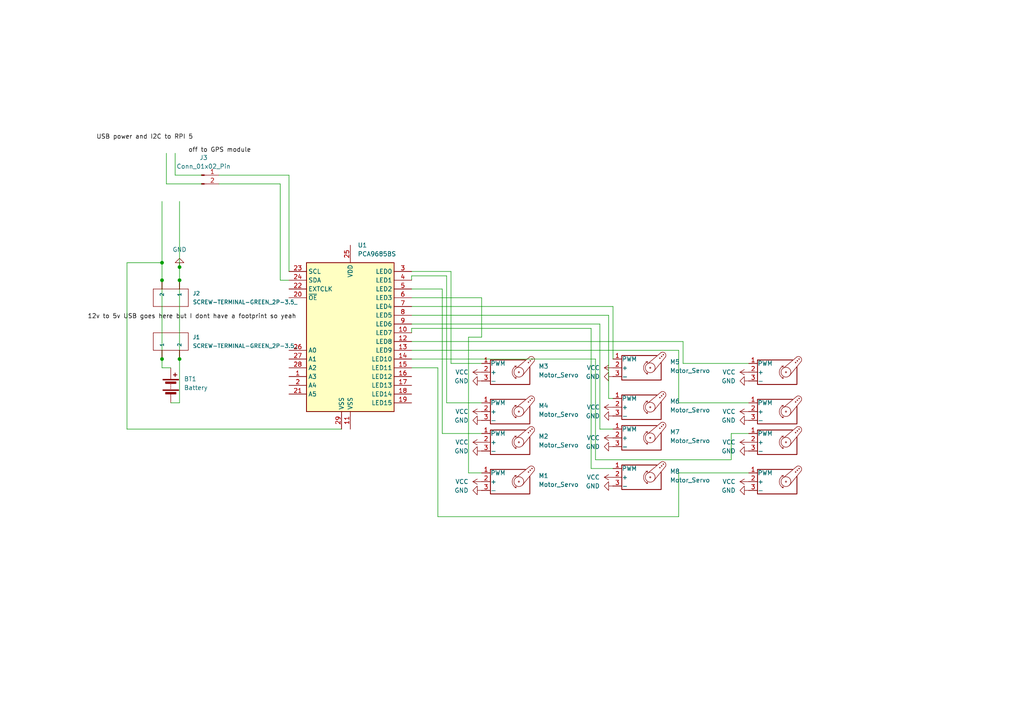
<source format=kicad_sch>
(kicad_sch (version 20250114) (generator "eeschema") (generator_version "9.0")
  (paper "A4")
  (lib_symbols
    (symbol "Connector:Conn_01x02_Pin" (pin_names (offset 1.016) (hide yes))
      (property "Reference" "J" (at 0 2.54 0))
      (property "Value" "Conn_01x02_Pin" (at 0 -5.08 0))
      (symbol "Conn_01x02_Pin_1_1"
        (rectangle (start 0.8636 0.127) (end 0 -0.127) (stroke (width 0.1524)) (fill (type outline)))
        (rectangle (start 0.8636 -2.413) (end 0 -2.667) (stroke (width 0.1524)) (fill (type outline)))
        (polyline (pts (xy 1.27 0) (xy 0.8636 0)) (stroke (width 0.1524)))
        (polyline (pts (xy 1.27 -2.54) (xy 0.8636 -2.54)) (stroke (width 0.1524)))
        (pin passive line (at 5.08 0 180) (length 3.81) (name "Pin_1") (number "1"))
        (pin passive line (at 5.08 -2.54 180) (length 3.81) (name "Pin_2") (number "2"))
      )
    )
    (symbol "Device:Battery" (pin_numbers (hide yes)) (pin_names (offset 0) (hide yes))
      (property "Reference" "BT" (at 2.54 2.54 0))
      (property "Value" "Battery" (at 2.54 0 0))
      (symbol "Battery_0_1"
        (rectangle (start -2.286 1.778) (end 2.286 1.524) (fill (type outline)))
        (rectangle (start -2.286 -1.27) (end 2.286 -1.524) (fill (type outline)))
        (rectangle (start -1.524 1.016) (end 1.524 0.508) (fill (type outline)))
        (rectangle (start -1.524 -2.032) (end 1.524 -2.54) (fill (type outline)))
        (polyline (pts (xy 0 1.778) (xy 0 2.54)))
        (polyline (pts (xy 0 0) (xy 0 0.254)))
        (polyline (pts (xy 0 -0.508) (xy 0 -0.254)))
        (polyline (pts (xy 0 -1.016) (xy 0 -0.762)))
        (polyline (pts (xy 0.762 3.048) (xy 1.778 3.048)) (stroke (width 0.254)))
        (polyline (pts (xy 1.27 3.556) (xy 1.27 2.54)) (stroke (width 0.254)))
      )
      (symbol "Battery_1_1"
        (pin passive line (at 0 5.08 270) (length 2.54) (name "+") (number "1"))
        (pin passive line (at 0 -5.08 90) (length 2.54) (name "-") (number "2"))
      )
    )
    (symbol "Driver_LED:PCA9685BS"
      (property "Reference" "U" (at -12.7 22.225 0))
      (property "Value" "PCA9685BS" (at 1.27 22.225 0))
      (symbol "PCA9685BS_0_1"
        (rectangle (start -12.7 20.32) (end 12.7 -22.86) (stroke (width 0.254)) (fill (type background)))
      )
      (symbol "PCA9685BS_1_1"
        (pin input line (at -17.78 17.78 0) (length 5.08) (name "SCL") (number "23"))
        (pin bidirectional line (at -17.78 15.24 0) (length 5.08) (name "SDA") (number "24"))
        (pin input line (at -17.78 12.7 0) (length 5.08) (name "EXTCLK") (number "22"))
        (pin input line (at -17.78 10.16 0) (length 5.08) (name "~{OE}") (number "20"))
        (pin input line (at -17.78 -5.08 0) (length 5.08) (name "A0") (number "26"))
        (pin input line (at -17.78 -7.62 0) (length 5.08) (name "A1") (number "27"))
        (pin input line (at -17.78 -10.16 0) (length 5.08) (name "A2") (number "28"))
        (pin input line (at -17.78 -12.7 0) (length 5.08) (name "A3") (number "1"))
        (pin input line (at -17.78 -15.24 0) (length 5.08) (name "A4") (number "2"))
        (pin input line (at -17.78 -17.78 0) (length 5.08) (name "A5") (number "21"))
        (pin power_in line (at -2.54 -27.94 90) (length 5.08) (name "VSS") (number "29"))
        (pin power_in line (at 0 25.4 270) (length 5.08) (name "VDD") (number "25"))
        (pin power_in line (at 0 -27.94 90) (length 5.08) (name "VSS") (number "11"))
        (pin output line (at 17.78 17.78 180) (length 5.08) (name "LED0") (number "3"))
        (pin output line (at 17.78 15.24 180) (length 5.08) (name "LED1") (number "4"))
        (pin output line (at 17.78 12.7 180) (length 5.08) (name "LED2") (number "5"))
        (pin output line (at 17.78 10.16 180) (length 5.08) (name "LED3") (number "6"))
        (pin output line (at 17.78 7.62 180) (length 5.08) (name "LED4") (number "7"))
        (pin output line (at 17.78 5.08 180) (length 5.08) (name "LED5") (number "8"))
        (pin output line (at 17.78 2.54 180) (length 5.08) (name "LED6") (number "9"))
        (pin output line (at 17.78 0 180) (length 5.08) (name "LED7") (number "10"))
        (pin output line (at 17.78 -2.54 180) (length 5.08) (name "LED8") (number "12"))
        (pin output line (at 17.78 -5.08 180) (length 5.08) (name "LED9") (number "13"))
        (pin output line (at 17.78 -7.62 180) (length 5.08) (name "LED10") (number "14"))
        (pin output line (at 17.78 -10.16 180) (length 5.08) (name "LED11") (number "15"))
        (pin output line (at 17.78 -12.7 180) (length 5.08) (name "LED12") (number "16"))
        (pin output line (at 17.78 -15.24 180) (length 5.08) (name "LED13") (number "17"))
        (pin output line (at 17.78 -17.78 180) (length 5.08) (name "LED14") (number "18"))
        (pin output line (at 17.78 -20.32 180) (length 5.08) (name "LED15") (number "19"))
      )
    )
    (symbol "Motor:Motor_Servo" (pin_names (offset 0.0254))
      (property "Reference" "M" (at -5.08 4.445 0))
      (property "Value" "Motor_Servo" (at -5.08 -4.064 0))
      (symbol "Motor_Servo_0_1"
        (polyline (pts (xy 2.413 1.778) (xy 1.905 1.778)))
        (polyline (pts (xy 2.413 1.778) (xy 2.286 1.397)))
        (polyline (pts (xy 2.413 -1.778) (xy 2.032 -1.778)))
        (polyline (pts (xy 2.413 -1.778) (xy 2.286 -1.397)))
        (arc (start 2.413 -1.778) (mid 1.2406 0) (end 2.413 1.778))
        (circle (center 3.175 0) (radius 0.1778))
        (circle (center 3.175 0) (radius 1.4224))
        (polyline (pts (xy 5.08 3.556) (xy -5.08 3.556) (xy -5.08 -3.556) (xy 6.35 -3.556) (xy 6.35 1.524)) (stroke (width 0.254)))
        (circle (center 5.969 2.794) (radius 0.127))
        (polyline (pts (xy 6.35 4.445) (xy 2.54 1.27)))
        (circle (center 6.477 3.302) (radius 0.127))
        (arc (start 6.35 4.445) (mid 7.4487 4.2737) (end 7.62 3.175))
        (circle (center 6.985 3.81) (radius 0.127))
        (polyline (pts (xy 7.62 3.175) (xy 4.191 -1.016)))
      )
      (symbol "Motor_Servo_1_1"
        (pin passive line (at -7.62 2.54 0) (length 2.54) (name "PWM") (number "1"))
        (pin passive line (at -7.62 0 0) (length 2.54) (name "+") (number "2"))
        (pin passive line (at -7.62 -2.54 0) (length 2.54) (name "-") (number "3"))
      )
    )
    (symbol "OPL_Connector:SCREW-TERMINAL-GREEN_2P-3.5_" (pin_numbers (hide yes)) (pin_names (offset 1.016))
      (property "Reference" "J" (at -6.35 6.35 0))
      (property "Value" "SCREW-TERMINAL-GREEN_2P-3.5_" (at 0 6.35 0))
      (symbol "SCREW-TERMINAL-GREEN_2P-3.5__1_0"
        (polyline (pts (xy -2.54 5.08) (xy -2.54 -5.08)))
        (polyline (pts (xy -2.54 -5.08) (xy 2.54 -5.08)))
        (polyline (pts (xy 2.54 5.08) (xy -2.54 5.08)))
        (polyline (pts (xy 2.54 -5.08) (xy 2.54 5.08)))
      )
      (symbol "SCREW-TERMINAL-GREEN_2P-3.5__1_1"
        (pin bidirectional line (at -5.08 2.54 0) (length 2.54) (name "1") (number "1"))
        (pin bidirectional line (at -5.08 -2.54 0) (length 2.54) (name "2") (number "2"))
      )
    )
    (symbol "power:GND" (power) (pin_numbers (hide yes)) (pin_names (offset 0) (hide yes))
      (property "Value" "GND" (at 0 -3.81 0))
      (symbol "GND_0_1"
        (polyline (pts (xy 0 0) (xy 0 -1.27) (xy 1.27 -1.27) (xy 0 -2.54) (xy -1.27 -1.27) (xy 0 -1.27)))
      )
      (symbol "GND_1_1"
        (pin power_in line (at 0 0 270) (length 0) (name "~") (number "1"))
      )
    )
    (symbol "power:VCC" (power) (pin_numbers (hide yes)) (pin_names (offset 0) (hide yes))
      (property "Value" "VCC" (at 0 3.556 0))
      (symbol "VCC_0_1"
        (polyline (pts (xy -0.762 1.27) (xy 0 2.54)))
        (polyline (pts (xy 0 2.54) (xy 0.762 1.27)))
        (polyline (pts (xy 0 0) (xy 0 2.54)))
      )
      (symbol "VCC_1_1"
        (pin power_in line (at 0 0 90) (length 0) (name "~") (number "1"))
      )
    )
  )
  (junction (at 46.99 81.28))
  (junction (at 52.07 81.28))
  (junction (at 46.99 104.14))
  (junction (at 46.99 76.2))
  (junction (at 52.07 77.47))
  (junction (at 52.07 104.14))
  (wire (pts (xy 130.81 105.41) (xy 130.81 78.74)))
  (wire (pts (xy 50.8 44.45) (xy 50.8 50.8)))
  (wire (pts (xy 49.53 116.84) (xy 52.07 116.84)))
  (wire (pts (xy 217.17 137.16) (xy 196.85 137.16)))
  (wire (pts (xy 81.28 81.28) (xy 81.28 53.34)))
  (wire (pts (xy 135.89 97.79) (xy 139.7 97.79)))
  (wire (pts (xy 198.12 105.41) (xy 198.12 99.06)))
  (wire (pts (xy 139.7 97.79) (xy 139.7 86.36)))
  (wire (pts (xy 176.53 115.57) (xy 176.53 91.44)))
  (wire (pts (xy 52.07 81.28) (xy 52.07 104.14)))
  (wire (pts (xy 46.99 81.28) (xy 46.99 104.14)))
  (wire (pts (xy 173.99 124.46) (xy 177.8 124.46)))
  (wire (pts (xy 196.85 137.16) (xy 196.85 149.86)))
  (wire (pts (xy 129.54 116.84) (xy 129.54 80.01)))
  (wire (pts (xy 139.7 105.41) (xy 130.81 105.41)))
  (wire (pts (xy 83.82 78.74) (xy 83.82 50.8)))
  (wire (pts (xy 119.38 106.68) (xy 127 106.68)))
  (wire (pts (xy 119.38 80.01) (xy 119.38 81.28)))
  (wire (pts (xy 58.42 50.8) (xy 50.8 50.8)))
  (wire (pts (xy 177.8 88.9) (xy 119.38 88.9)))
  (wire (pts (xy 58.42 53.34) (xy 48.26 53.34)))
  (wire (pts (xy 129.54 80.01) (xy 119.38 80.01)))
  (wire (pts (xy 196.85 101.6) (xy 119.38 101.6)))
  (wire (pts (xy 52.07 104.14) (xy 52.07 116.84)))
  (wire (pts (xy 177.8 135.89) (xy 171.45 135.89)))
  (wire (pts (xy 36.83 76.2) (xy 36.83 124.46)))
  (wire (pts (xy 52.07 58.42) (xy 52.07 77.47)))
  (wire (pts (xy 196.85 116.84) (xy 196.85 101.6)))
  (wire (pts (xy 173.99 93.98) (xy 173.99 124.46)))
  (wire (pts (xy 46.99 58.42) (xy 46.99 76.2)))
  (wire (pts (xy 212.09 133.35) (xy 212.09 125.73)))
  (wire (pts (xy 49.53 106.68) (xy 46.99 106.68)))
  (wire (pts (xy 139.7 116.84) (xy 129.54 116.84)))
  (wire (pts (xy 139.7 86.36) (xy 119.38 86.36)))
  (wire (pts (xy 171.45 135.89) (xy 171.45 95.25)))
  (wire (pts (xy 139.7 125.73) (xy 128.27 125.73)))
  (wire (pts (xy 128.27 83.82) (xy 119.38 83.82)))
  (wire (pts (xy 176.53 91.44) (xy 119.38 91.44)))
  (wire (pts (xy 119.38 95.25) (xy 119.38 96.52)))
  (wire (pts (xy 135.89 137.16) (xy 135.89 97.79)))
  (wire (pts (xy 212.09 125.73) (xy 217.17 125.73)))
  (wire (pts (xy 127 149.86) (xy 196.85 149.86)))
  (wire (pts (xy 83.82 81.28) (xy 81.28 81.28)))
  (wire (pts (xy 172.72 133.35) (xy 212.09 133.35)))
  (wire (pts (xy 63.5 53.34) (xy 81.28 53.34)))
  (wire (pts (xy 217.17 105.41) (xy 198.12 105.41)))
  (wire (pts (xy 177.8 115.57) (xy 176.53 115.57)))
  (wire (pts (xy 36.83 124.46) (xy 99.06 124.46)))
  (wire (pts (xy 46.99 76.2) (xy 46.99 81.28)))
  (wire (pts (xy 63.5 50.8) (xy 83.82 50.8)))
  (wire (pts (xy 127 106.68) (xy 127 149.86)))
  (wire (pts (xy 119.38 104.14) (xy 172.72 104.14)))
  (wire (pts (xy 119.38 99.06) (xy 198.12 99.06)))
  (wire (pts (xy 46.99 76.2) (xy 36.83 76.2)))
  (wire (pts (xy 217.17 116.84) (xy 196.85 116.84)))
  (wire (pts (xy 171.45 95.25) (xy 119.38 95.25)))
  (wire (pts (xy 177.8 104.14) (xy 177.8 88.9)))
  (wire (pts (xy 46.99 104.14) (xy 46.99 106.68)))
  (wire (pts (xy 128.27 125.73) (xy 128.27 83.82)))
  (wire (pts (xy 130.81 78.74) (xy 119.38 78.74)))
  (wire (pts (xy 172.72 104.14) (xy 172.72 133.35)))
  (wire (pts (xy 52.07 77.47) (xy 52.07 81.28)))
  (wire (pts (xy 48.26 44.45) (xy 48.26 53.34)))
  (wire (pts (xy 119.38 93.98) (xy 173.99 93.98)))
  (wire (pts (xy 139.7 137.16) (xy 135.89 137.16)))
  (label "12v to 5v USB goes here but I dont have a footprint so yeah" (at 25.4 92.71 0))
  (label "USB power and I2C to RPI 5 " (at 27.94 40.64 0))
  (label "off to GPS module " (at 54.61 44.45 0))
  (symbol (lib_id "power:VCC") (at 177.8 118.11 90) (unit 1)
    (property "Reference" "#PWR011" (effects (hide yes)))
    (property "Value" "VCC" (at 173.99 118.1099 90) (effects (justify left)))
    (property "Description" "Power symbol creates a global label with name \"VCC\"" (effects (hide yes)))
  )
  (symbol (lib_id "Motor:Motor_Servo") (at 147.32 128.27 0) (unit 1)
    (property "Reference" "M2" (at 156.21 126.5668 0) (effects (justify left)))
    (property "Value" "Motor_Servo" (at 156.21 129.1068 0) (effects (justify left)))
    (property "Datasheet" "http://forums.parallax.com/uploads/attachments/46831/74481.png" (effects (hide yes)))
    (property "Description" "Servo Motor (Futaba, HiTec, JR connector)" (effects (hide yes)))
  )
  (symbol (lib_id "power:VCC") (at 177.8 106.68 90) (unit 1)
    (property "Reference" "#PWR09" (effects (hide yes)))
    (property "Value" "VCC" (at 173.99 106.6799 90) (effects (justify left)))
    (property "Description" "Power symbol creates a global label with name \"VCC\"" (effects (hide yes)))
  )
  (symbol (lib_id "power:VCC") (at 217.17 139.7 90) (unit 1)
    (property "Reference" "#PWR023" (effects (hide yes)))
    (property "Value" "VCC" (at 213.36 139.6999 90) (effects (justify left)))
    (property "Description" "Power symbol creates a global label with name \"VCC\"" (effects (hide yes)))
  )
  (symbol (lib_id "Motor:Motor_Servo") (at 224.79 139.7 0) (unit 1)
    (property "Reference" "M12" (effects (hide yes)))
    (property "Value" "Motor_Servo" (effects (hide yes)))
    (property "Datasheet" "http://forums.parallax.com/uploads/attachments/46831/74481.png" (effects (hide yes)))
    (property "Description" "Servo Motor (Futaba, HiTec, JR connector)" (effects (hide yes)))
  )
  (symbol (lib_id "Motor:Motor_Servo") (at 185.42 106.68 0) (unit 1)
    (property "Reference" "M5" (at 194.31 104.9768 0) (effects (justify left)))
    (property "Value" "Motor_Servo" (at 194.31 107.5168 0) (effects (justify left)))
    (property "Datasheet" "http://forums.parallax.com/uploads/attachments/46831/74481.png" (effects (hide yes)))
    (property "Description" "Servo Motor (Futaba, HiTec, JR connector)" (effects (hide yes)))
  )
  (symbol (lib_id "Motor:Motor_Servo") (at 147.32 119.38 0) (unit 1)
    (property "Reference" "M4" (at 156.21 117.6768 0) (effects (justify left)))
    (property "Value" "Motor_Servo" (at 156.21 120.2168 0) (effects (justify left)))
    (property "Datasheet" "http://forums.parallax.com/uploads/attachments/46831/74481.png" (effects (hide yes)))
    (property "Description" "Servo Motor (Futaba, HiTec, JR connector)" (effects (hide yes)))
  )
  (symbol (lib_id "Motor:Motor_Servo") (at 185.42 138.43 0) (unit 1)
    (property "Reference" "M8" (at 194.31 136.7268 0) (effects (justify left)))
    (property "Value" "Motor_Servo" (at 194.31 139.2668 0) (effects (justify left)))
    (property "Datasheet" "http://forums.parallax.com/uploads/attachments/46831/74481.png" (effects (hide yes)))
    (property "Description" "Servo Motor (Futaba, HiTec, JR connector)" (effects (hide yes)))
  )
  (symbol (lib_id "power:VCC") (at 139.7 119.38 90) (unit 1)
    (property "Reference" "#PWR07" (effects (hide yes)))
    (property "Value" "VCC" (at 135.89 119.3799 90) (effects (justify left)))
    (property "Description" "Power symbol creates a global label with name \"VCC\"" (effects (hide yes)))
  )
  (symbol (lib_id "power:VCC") (at 217.17 128.27 90) (unit 1)
    (property "Reference" "#PWR021" (effects (hide yes)))
    (property "Value" "VCC" (at 213.36 128.2699 90) (effects (justify left)))
    (property "Description" "Power symbol creates a global label with name \"VCC\"" (effects (hide yes)))
  )
  (symbol (lib_id "Motor:Motor_Servo") (at 147.32 107.95 0) (unit 1)
    (property "Reference" "M3" (at 156.21 106.2468 0) (effects (justify left)))
    (property "Value" "Motor_Servo" (at 156.21 108.7868 0) (effects (justify left)))
    (property "Datasheet" "http://forums.parallax.com/uploads/attachments/46831/74481.png" (effects (hide yes)))
    (property "Description" "Servo Motor (Futaba, HiTec, JR connector)" (effects (hide yes)))
  )
  (symbol (lib_id "power:VCC") (at 177.8 127 90) (unit 1)
    (property "Reference" "#PWR013" (effects (hide yes)))
    (property "Value" "VCC" (at 173.99 126.9999 90) (effects (justify left)))
    (property "Description" "Power symbol creates a global label with name \"VCC\"" (effects (hide yes)))
  )
  (symbol (lib_id "power:GND") (at 217.17 121.92 270) (unit 1)
    (property "Reference" "#PWR020" (effects (hide yes)))
    (property "Value" "GND" (at 213.36 121.9199 90) (effects (justify right)))
    (property "Description" "Power symbol creates a global label with name \"GND\" , ground" (effects (hide yes)))
  )
  (symbol (lib_id "power:GND") (at 52.07 77.47 180) (unit 1)
    (property "Reference" "#PWR033" (effects (hide yes)))
    (property "Value" "GND" (at 52.07 72.39 0))
    (property "Description" "Power symbol creates a global label with name \"GND\" , ground" (effects (hide yes)))
  )
  (symbol (lib_id "Motor:Motor_Servo") (at 224.79 119.38 0) (unit 1)
    (property "Reference" "M10" (effects (hide yes)))
    (property "Value" "Motor_Servo" (effects (hide yes)))
    (property "Datasheet" "http://forums.parallax.com/uploads/attachments/46831/74481.png" (effects (hide yes)))
    (property "Description" "Servo Motor (Futaba, HiTec, JR connector)" (effects (hide yes)))
  )
  (symbol (lib_id "power:VCC") (at 177.8 138.43 90) (unit 1)
    (property "Reference" "#PWR015" (effects (hide yes)))
    (property "Value" "VCC" (at 173.99 138.4299 90) (effects (justify left)))
    (property "Description" "Power symbol creates a global label with name \"VCC\"" (effects (hide yes)))
  )
  (symbol (lib_id "OPL_Connector:SCREW-TERMINAL-GREEN_2P-3.5_") (at 49.53 86.36 270) (unit 1)
    (property "Reference" "J2" (at 55.88 85.09 90) (effects (font (size 1.143 1.143)) (justify left)))
    (property "Value" "SCREW-TERMINAL-GREEN_2P-3.5_" (at 55.88 87.63 90) (effects (font (size 1.143 1.143)) (justify left)))
    (property "SKU" "320110028" (effects (hide yes)))
  )
  (symbol (lib_id "power:GND") (at 217.17 130.81 270) (unit 1)
    (property "Reference" "#PWR022" (effects (hide yes)))
    (property "Value" "GND" (at 213.36 130.8099 90) (effects (justify right)))
    (property "Description" "Power symbol creates a global label with name \"GND\" , ground" (effects (hide yes)))
  )
  (symbol (lib_id "Motor:Motor_Servo") (at 185.42 127 0) (unit 1)
    (property "Reference" "M7" (at 194.31 125.2968 0) (effects (justify left)))
    (property "Value" "Motor_Servo" (at 194.31 127.8368 0) (effects (justify left)))
    (property "Datasheet" "http://forums.parallax.com/uploads/attachments/46831/74481.png" (effects (hide yes)))
    (property "Description" "Servo Motor (Futaba, HiTec, JR connector)" (effects (hide yes)))
  )
  (symbol (lib_id "power:VCC") (at 139.7 107.95 90) (unit 1)
    (property "Reference" "#PWR05" (effects (hide yes)))
    (property "Value" "VCC" (at 135.89 107.9499 90) (effects (justify left)))
    (property "Description" "Power symbol creates a global label with name \"VCC\"" (effects (hide yes)))
  )
  (symbol (lib_id "power:GND") (at 139.7 110.49 270) (unit 1)
    (property "Reference" "#PWR06" (effects (hide yes)))
    (property "Value" "GND" (at 135.89 110.4899 90) (effects (justify right)))
    (property "Description" "Power symbol creates a global label with name \"GND\" , ground" (effects (hide yes)))
  )
  (symbol (lib_id "power:VCC") (at 139.7 128.27 90) (unit 1)
    (property "Reference" "#PWR03" (effects (hide yes)))
    (property "Value" "VCC" (at 135.89 128.2699 90) (effects (justify left)))
    (property "Description" "Power symbol creates a global label with name \"VCC\"" (effects (hide yes)))
  )
  (symbol (lib_id "Motor:Motor_Servo") (at 224.79 128.27 0) (unit 1)
    (property "Reference" "M11" (effects (hide yes)))
    (property "Value" "Motor_Servo" (effects (hide yes)))
    (property "Datasheet" "http://forums.parallax.com/uploads/attachments/46831/74481.png" (effects (hide yes)))
    (property "Description" "Servo Motor (Futaba, HiTec, JR connector)" (effects (hide yes)))
  )
  (symbol (lib_id "Driver_LED:PCA9685BS") (at 101.6 96.52 0) (unit 1)
    (property "Reference" "U1" (at 103.7433 71.12 0) (effects (justify left)))
    (property "Value" "PCA9685BS" (at 103.7433 73.66 0) (effects (justify left)))
    (property "Footprint" "Package_DFN_QFN:QFN-28-1EP_6x6mm_P0.65mm_EP4.25x4.25mm" (effects (hide yes)))
    (property "Datasheet" "http://www.nxp.com/docs/en/data-sheet/PCA9685.pdf" (effects (hide yes)))
    (property "Description" "16-channel 12-bit PWM Fm+ I2C-bus LED controller RGBA QFN" (effects (hide yes)))
  )
  (symbol (lib_id "power:GND") (at 217.17 142.24 270) (unit 1)
    (property "Reference" "#PWR024" (effects (hide yes)))
    (property "Value" "GND" (at 213.36 142.2399 90) (effects (justify right)))
    (property "Description" "Power symbol creates a global label with name \"GND\" , ground" (effects (hide yes)))
  )
  (symbol (lib_id "power:GND") (at 217.17 110.49 270) (unit 1)
    (property "Reference" "#PWR018" (effects (hide yes)))
    (property "Value" "GND" (at 213.36 110.4899 90) (effects (justify right)))
    (property "Description" "Power symbol creates a global label with name \"GND\" , ground" (effects (hide yes)))
  )
  (symbol (lib_id "Device:Battery") (at 49.53 111.76 0) (unit 1)
    (property "Reference" "BT1" (at 53.34 109.9184 0) (effects (justify left)))
    (property "Value" "Battery" (at 53.34 112.4584 0) (effects (justify left)))
    (property "Description" "Multiple-cell battery" (effects (hide yes)))
  )
  (symbol (lib_id "power:GND") (at 177.8 140.97 270) (unit 1)
    (property "Reference" "#PWR016" (effects (hide yes)))
    (property "Value" "GND" (at 173.99 140.9699 90) (effects (justify right)))
    (property "Description" "Power symbol creates a global label with name \"GND\" , ground" (effects (hide yes)))
  )
  (symbol (lib_id "Motor:Motor_Servo") (at 224.79 107.95 0) (unit 1)
    (property "Reference" "M9" (effects (hide yes)))
    (property "Value" "Motor_Servo" (effects (hide yes)))
    (property "Datasheet" "http://forums.parallax.com/uploads/attachments/46831/74481.png" (effects (hide yes)))
    (property "Description" "Servo Motor (Futaba, HiTec, JR connector)" (effects (hide yes)))
  )
  (symbol (lib_id "power:GND") (at 139.7 142.24 270) (unit 1)
    (property "Reference" "#PWR01" (effects (hide yes)))
    (property "Value" "GND" (at 135.89 142.2399 90) (effects (justify right)))
    (property "Description" "Power symbol creates a global label with name \"GND\" , ground" (effects (hide yes)))
  )
  (symbol (lib_id "Connector:Conn_01x02_Pin") (at 58.42 50.8 0) (unit 1)
    (property "Reference" "J3" (at 59.055 45.72 0))
    (property "Value" "Conn_01x02_Pin" (at 59.055 48.26 0))
    (property "Description" "Generic connector, single row, 01x02, script generated" (effects (hide yes)))
  )
  (symbol (lib_id "power:VCC") (at 217.17 107.95 90) (unit 1)
    (property "Reference" "#PWR017" (effects (hide yes)))
    (property "Value" "VCC" (at 213.36 107.9499 90) (effects (justify left)))
    (property "Description" "Power symbol creates a global label with name \"VCC\"" (effects (hide yes)))
  )
  (symbol (lib_id "power:GND") (at 177.8 109.22 270) (unit 1)
    (property "Reference" "#PWR010" (effects (hide yes)))
    (property "Value" "GND" (at 173.99 109.2199 90) (effects (justify right)))
    (property "Description" "Power symbol creates a global label with name \"GND\" , ground" (effects (hide yes)))
  )
  (symbol (lib_id "Motor:Motor_Servo") (at 147.32 139.7 0) (unit 1)
    (property "Reference" "M1" (at 156.21 137.9968 0) (effects (justify left)))
    (property "Value" "Motor_Servo" (at 156.21 140.5368 0) (effects (justify left)))
    (property "Datasheet" "http://forums.parallax.com/uploads/attachments/46831/74481.png" (effects (hide yes)))
    (property "Description" "Servo Motor (Futaba, HiTec, JR connector)" (effects (hide yes)))
  )
  (symbol (lib_id "power:VCC") (at 217.17 119.38 90) (unit 1)
    (property "Reference" "#PWR019" (effects (hide yes)))
    (property "Value" "VCC" (at 213.36 119.3799 90) (effects (justify left)))
    (property "Description" "Power symbol creates a global label with name \"VCC\"" (effects (hide yes)))
  )
  (symbol (lib_id "power:GND") (at 177.8 120.65 270) (unit 1)
    (property "Reference" "#PWR012" (effects (hide yes)))
    (property "Value" "GND" (at 173.99 120.6499 90) (effects (justify right)))
    (property "Description" "Power symbol creates a global label with name \"GND\" , ground" (effects (hide yes)))
  )
  (symbol (lib_id "power:GND") (at 139.7 121.92 270) (unit 1)
    (property "Reference" "#PWR08" (effects (hide yes)))
    (property "Value" "GND" (at 135.89 121.9199 90) (effects (justify right)))
    (property "Description" "Power symbol creates a global label with name \"GND\" , ground" (effects (hide yes)))
  )
  (symbol (lib_id "power:GND") (at 139.7 130.81 270) (unit 1)
    (property "Reference" "#PWR04" (effects (hide yes)))
    (property "Value" "GND" (at 135.89 130.8099 90) (effects (justify right)))
    (property "Description" "Power symbol creates a global label with name \"GND\" , ground" (effects (hide yes)))
  )
  (symbol (lib_id "Motor:Motor_Servo") (at 185.42 118.11 0) (unit 1)
    (property "Reference" "M6" (at 194.31 116.4068 0) (effects (justify left)))
    (property "Value" "Motor_Servo" (at 194.31 118.9468 0) (effects (justify left)))
    (property "Datasheet" "http://forums.parallax.com/uploads/attachments/46831/74481.png" (effects (hide yes)))
    (property "Description" "Servo Motor (Futaba, HiTec, JR connector)" (effects (hide yes)))
  )
  (symbol (lib_id "power:VCC") (at 139.7 139.7 90) (unit 1)
    (property "Reference" "#PWR02" (effects (hide yes)))
    (property "Value" "VCC" (at 135.89 139.6999 90) (effects (justify left)))
    (property "Description" "Power symbol creates a global label with name \"VCC\"" (effects (hide yes)))
  )
  (symbol (lib_id "power:GND") (at 177.8 129.54 270) (unit 1)
    (property "Reference" "#PWR014" (effects (hide yes)))
    (property "Value" "GND" (at 173.99 129.5399 90) (effects (justify right)))
    (property "Description" "Power symbol creates a global label with name \"GND\" , ground" (effects (hide yes)))
  )
  (symbol (lib_id "OPL_Connector:SCREW-TERMINAL-GREEN_2P-3.5_") (at 49.53 99.06 90) (unit 1)
    (property "Reference" "J1" (at 55.88 97.79 90) (effects (font (size 1.143 1.143)) (justify right)))
    (property "Value" "SCREW-TERMINAL-GREEN_2P-3.5_" (at 55.88 100.33 90) (effects (font (size 1.143 1.143)) (justify right)))
    (property "SKU" "320110028" (effects (hide yes)))
  )
)
</source>
